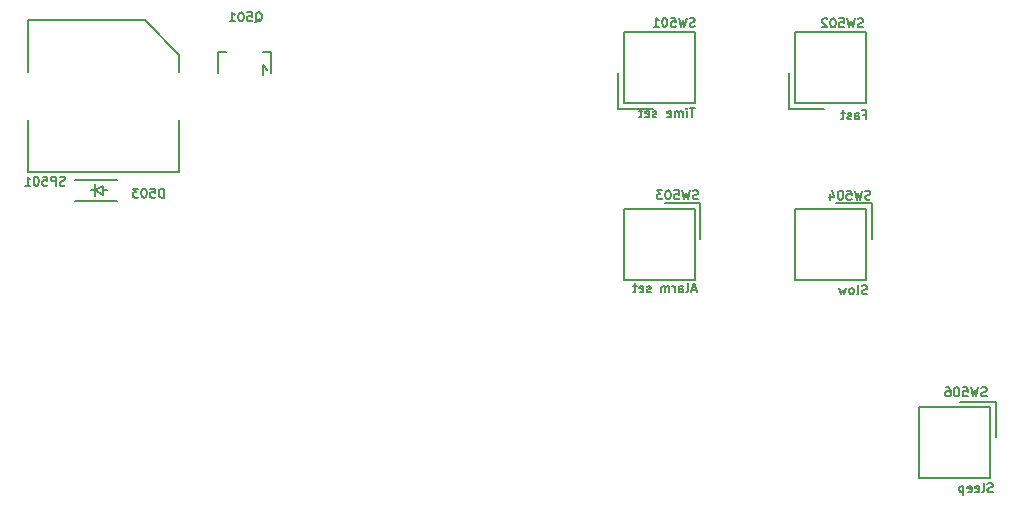
<source format=gbo>
G04 #@! TF.FileFunction,Legend,Bot*
%FSLAX46Y46*%
G04 Gerber Fmt 4.6, Leading zero omitted, Abs format (unit mm)*
G04 Created by KiCad (PCBNEW 4.0.0-2.201512072331+6194~38~ubuntu14.04.1-stable) date Sun 31 Jul 2016 10:05:07 AM CEST*
%MOMM*%
G01*
G04 APERTURE LIST*
%ADD10C,0.100000*%
%ADD11C,0.127000*%
%ADD12C,0.150000*%
%ADD13R,1.727200X1.727200*%
%ADD14O,1.727200X1.727200*%
%ADD15R,2.032000X2.032000*%
%ADD16O,2.032000X2.032000*%
%ADD17R,0.500000X0.700000*%
%ADD18R,0.200000X1.100000*%
%ADD19C,2.000000*%
%ADD20C,2.032000*%
%ADD21R,1.000760X1.501140*%
%ADD22R,1.998980X2.999740*%
%ADD23R,4.000000X3.000000*%
%ADD24R,0.910000X1.220000*%
%ADD25R,1.727200X2.032000*%
%ADD26O,1.727200X2.032000*%
G04 APERTURE END LIST*
D10*
D11*
X199738343Y-116437229D02*
X199629486Y-116473514D01*
X199448057Y-116473514D01*
X199375486Y-116437229D01*
X199339200Y-116400943D01*
X199302915Y-116328371D01*
X199302915Y-116255800D01*
X199339200Y-116183229D01*
X199375486Y-116146943D01*
X199448057Y-116110657D01*
X199593200Y-116074371D01*
X199665772Y-116038086D01*
X199702057Y-116001800D01*
X199738343Y-115929229D01*
X199738343Y-115856657D01*
X199702057Y-115784086D01*
X199665772Y-115747800D01*
X199593200Y-115711514D01*
X199411772Y-115711514D01*
X199302915Y-115747800D01*
X198867486Y-116473514D02*
X198940058Y-116437229D01*
X198976343Y-116364657D01*
X198976343Y-115711514D01*
X198286915Y-116437229D02*
X198359486Y-116473514D01*
X198504629Y-116473514D01*
X198577200Y-116437229D01*
X198613486Y-116364657D01*
X198613486Y-116074371D01*
X198577200Y-116001800D01*
X198504629Y-115965514D01*
X198359486Y-115965514D01*
X198286915Y-116001800D01*
X198250629Y-116074371D01*
X198250629Y-116146943D01*
X198613486Y-116219514D01*
X197633772Y-116437229D02*
X197706343Y-116473514D01*
X197851486Y-116473514D01*
X197924057Y-116437229D01*
X197960343Y-116364657D01*
X197960343Y-116074371D01*
X197924057Y-116001800D01*
X197851486Y-115965514D01*
X197706343Y-115965514D01*
X197633772Y-116001800D01*
X197597486Y-116074371D01*
X197597486Y-116146943D01*
X197960343Y-116219514D01*
X197270914Y-115965514D02*
X197270914Y-116727514D01*
X197270914Y-116001800D02*
X197198343Y-115965514D01*
X197053200Y-115965514D01*
X196980629Y-116001800D01*
X196944343Y-116038086D01*
X196908057Y-116110657D01*
X196908057Y-116328371D01*
X196944343Y-116400943D01*
X196980629Y-116437229D01*
X197053200Y-116473514D01*
X197198343Y-116473514D01*
X197270914Y-116437229D01*
X189121143Y-99673229D02*
X189012286Y-99709514D01*
X188830857Y-99709514D01*
X188758286Y-99673229D01*
X188722000Y-99636943D01*
X188685715Y-99564371D01*
X188685715Y-99491800D01*
X188722000Y-99419229D01*
X188758286Y-99382943D01*
X188830857Y-99346657D01*
X188976000Y-99310371D01*
X189048572Y-99274086D01*
X189084857Y-99237800D01*
X189121143Y-99165229D01*
X189121143Y-99092657D01*
X189084857Y-99020086D01*
X189048572Y-98983800D01*
X188976000Y-98947514D01*
X188794572Y-98947514D01*
X188685715Y-98983800D01*
X188250286Y-99709514D02*
X188322858Y-99673229D01*
X188359143Y-99600657D01*
X188359143Y-98947514D01*
X187851143Y-99709514D02*
X187923715Y-99673229D01*
X187960000Y-99636943D01*
X187996286Y-99564371D01*
X187996286Y-99346657D01*
X187960000Y-99274086D01*
X187923715Y-99237800D01*
X187851143Y-99201514D01*
X187742286Y-99201514D01*
X187669715Y-99237800D01*
X187633429Y-99274086D01*
X187597143Y-99346657D01*
X187597143Y-99564371D01*
X187633429Y-99636943D01*
X187669715Y-99673229D01*
X187742286Y-99709514D01*
X187851143Y-99709514D01*
X187343143Y-99201514D02*
X187198000Y-99709514D01*
X187052857Y-99346657D01*
X186907714Y-99709514D01*
X186762571Y-99201514D01*
X174595971Y-99339400D02*
X174233114Y-99339400D01*
X174668543Y-99557114D02*
X174414543Y-98795114D01*
X174160543Y-99557114D01*
X173797685Y-99557114D02*
X173870257Y-99520829D01*
X173906542Y-99448257D01*
X173906542Y-98795114D01*
X173180828Y-99557114D02*
X173180828Y-99157971D01*
X173217114Y-99085400D01*
X173289685Y-99049114D01*
X173434828Y-99049114D01*
X173507399Y-99085400D01*
X173180828Y-99520829D02*
X173253399Y-99557114D01*
X173434828Y-99557114D01*
X173507399Y-99520829D01*
X173543685Y-99448257D01*
X173543685Y-99375686D01*
X173507399Y-99303114D01*
X173434828Y-99266829D01*
X173253399Y-99266829D01*
X173180828Y-99230543D01*
X172817970Y-99557114D02*
X172817970Y-99049114D01*
X172817970Y-99194257D02*
X172781685Y-99121686D01*
X172745399Y-99085400D01*
X172672828Y-99049114D01*
X172600256Y-99049114D01*
X172346256Y-99557114D02*
X172346256Y-99049114D01*
X172346256Y-99121686D02*
X172309971Y-99085400D01*
X172237399Y-99049114D01*
X172128542Y-99049114D01*
X172055971Y-99085400D01*
X172019685Y-99157971D01*
X172019685Y-99557114D01*
X172019685Y-99157971D02*
X171983399Y-99085400D01*
X171910828Y-99049114D01*
X171801971Y-99049114D01*
X171729399Y-99085400D01*
X171693114Y-99157971D01*
X171693114Y-99557114D01*
X170785971Y-99520829D02*
X170713400Y-99557114D01*
X170568257Y-99557114D01*
X170495685Y-99520829D01*
X170459400Y-99448257D01*
X170459400Y-99411971D01*
X170495685Y-99339400D01*
X170568257Y-99303114D01*
X170677114Y-99303114D01*
X170749685Y-99266829D01*
X170785971Y-99194257D01*
X170785971Y-99157971D01*
X170749685Y-99085400D01*
X170677114Y-99049114D01*
X170568257Y-99049114D01*
X170495685Y-99085400D01*
X169842543Y-99520829D02*
X169915114Y-99557114D01*
X170060257Y-99557114D01*
X170132828Y-99520829D01*
X170169114Y-99448257D01*
X170169114Y-99157971D01*
X170132828Y-99085400D01*
X170060257Y-99049114D01*
X169915114Y-99049114D01*
X169842543Y-99085400D01*
X169806257Y-99157971D01*
X169806257Y-99230543D01*
X170169114Y-99303114D01*
X169588543Y-99049114D02*
X169298257Y-99049114D01*
X169479685Y-98795114D02*
X169479685Y-99448257D01*
X169443400Y-99520829D01*
X169370828Y-99557114D01*
X169298257Y-99557114D01*
X174537914Y-83961514D02*
X174102485Y-83961514D01*
X174320199Y-84723514D02*
X174320199Y-83961514D01*
X173848485Y-84723514D02*
X173848485Y-84215514D01*
X173848485Y-83961514D02*
X173884771Y-83997800D01*
X173848485Y-84034086D01*
X173812200Y-83997800D01*
X173848485Y-83961514D01*
X173848485Y-84034086D01*
X173485628Y-84723514D02*
X173485628Y-84215514D01*
X173485628Y-84288086D02*
X173449343Y-84251800D01*
X173376771Y-84215514D01*
X173267914Y-84215514D01*
X173195343Y-84251800D01*
X173159057Y-84324371D01*
X173159057Y-84723514D01*
X173159057Y-84324371D02*
X173122771Y-84251800D01*
X173050200Y-84215514D01*
X172941343Y-84215514D01*
X172868771Y-84251800D01*
X172832486Y-84324371D01*
X172832486Y-84723514D01*
X172179343Y-84687229D02*
X172251914Y-84723514D01*
X172397057Y-84723514D01*
X172469628Y-84687229D01*
X172505914Y-84614657D01*
X172505914Y-84324371D01*
X172469628Y-84251800D01*
X172397057Y-84215514D01*
X172251914Y-84215514D01*
X172179343Y-84251800D01*
X172143057Y-84324371D01*
X172143057Y-84396943D01*
X172505914Y-84469514D01*
X171272200Y-84687229D02*
X171199629Y-84723514D01*
X171054486Y-84723514D01*
X170981914Y-84687229D01*
X170945629Y-84614657D01*
X170945629Y-84578371D01*
X170981914Y-84505800D01*
X171054486Y-84469514D01*
X171163343Y-84469514D01*
X171235914Y-84433229D01*
X171272200Y-84360657D01*
X171272200Y-84324371D01*
X171235914Y-84251800D01*
X171163343Y-84215514D01*
X171054486Y-84215514D01*
X170981914Y-84251800D01*
X170328772Y-84687229D02*
X170401343Y-84723514D01*
X170546486Y-84723514D01*
X170619057Y-84687229D01*
X170655343Y-84614657D01*
X170655343Y-84324371D01*
X170619057Y-84251800D01*
X170546486Y-84215514D01*
X170401343Y-84215514D01*
X170328772Y-84251800D01*
X170292486Y-84324371D01*
X170292486Y-84396943D01*
X170655343Y-84469514D01*
X170074772Y-84215514D02*
X169784486Y-84215514D01*
X169965914Y-83961514D02*
X169965914Y-84614657D01*
X169929629Y-84687229D01*
X169857057Y-84723514D01*
X169784486Y-84723514D01*
X188798200Y-84502171D02*
X189052200Y-84502171D01*
X189052200Y-84901314D02*
X189052200Y-84139314D01*
X188689343Y-84139314D01*
X188072486Y-84901314D02*
X188072486Y-84502171D01*
X188108772Y-84429600D01*
X188181343Y-84393314D01*
X188326486Y-84393314D01*
X188399057Y-84429600D01*
X188072486Y-84865029D02*
X188145057Y-84901314D01*
X188326486Y-84901314D01*
X188399057Y-84865029D01*
X188435343Y-84792457D01*
X188435343Y-84719886D01*
X188399057Y-84647314D01*
X188326486Y-84611029D01*
X188145057Y-84611029D01*
X188072486Y-84574743D01*
X187745914Y-84865029D02*
X187673343Y-84901314D01*
X187528200Y-84901314D01*
X187455628Y-84865029D01*
X187419343Y-84792457D01*
X187419343Y-84756171D01*
X187455628Y-84683600D01*
X187528200Y-84647314D01*
X187637057Y-84647314D01*
X187709628Y-84611029D01*
X187745914Y-84538457D01*
X187745914Y-84502171D01*
X187709628Y-84429600D01*
X187637057Y-84393314D01*
X187528200Y-84393314D01*
X187455628Y-84429600D01*
X187201629Y-84393314D02*
X186911343Y-84393314D01*
X187092771Y-84139314D02*
X187092771Y-84792457D01*
X187056486Y-84865029D01*
X186983914Y-84901314D01*
X186911343Y-84901314D01*
D12*
X171000000Y-84000000D02*
X168000000Y-84000000D01*
X168000000Y-84000000D02*
X168000000Y-81000000D01*
X168500000Y-83500000D02*
X174500000Y-83500000D01*
X174500000Y-83500000D02*
X174500000Y-77500000D01*
X174500000Y-77500000D02*
X168500000Y-77500000D01*
X168500000Y-77500000D02*
X168500000Y-83500000D01*
X185500000Y-84000000D02*
X182500000Y-84000000D01*
X182500000Y-84000000D02*
X182500000Y-81000000D01*
X183000000Y-83500000D02*
X189000000Y-83500000D01*
X189000000Y-83500000D02*
X189000000Y-77500000D01*
X189000000Y-77500000D02*
X183000000Y-77500000D01*
X183000000Y-77500000D02*
X183000000Y-83500000D01*
X172000000Y-92000000D02*
X175000000Y-92000000D01*
X175000000Y-92000000D02*
X175000000Y-95000000D01*
X174500000Y-92500000D02*
X168500000Y-92500000D01*
X168500000Y-92500000D02*
X168500000Y-98500000D01*
X168500000Y-98500000D02*
X174500000Y-98500000D01*
X174500000Y-98500000D02*
X174500000Y-92500000D01*
X186500000Y-92000000D02*
X189500000Y-92000000D01*
X189500000Y-92000000D02*
X189500000Y-95000000D01*
X189000000Y-92500000D02*
X183000000Y-92500000D01*
X183000000Y-92500000D02*
X183000000Y-98500000D01*
X183000000Y-98500000D02*
X189000000Y-98500000D01*
X189000000Y-98500000D02*
X189000000Y-92500000D01*
X197000000Y-108800000D02*
X200000000Y-108800000D01*
X200000000Y-108800000D02*
X200000000Y-111800000D01*
X199500000Y-109300000D02*
X193500000Y-109300000D01*
X193500000Y-109300000D02*
X193500000Y-115300000D01*
X193500000Y-115300000D02*
X199500000Y-115300000D01*
X199500000Y-115300000D02*
X199500000Y-109300000D01*
X138297920Y-80718660D02*
X138049000Y-80418940D01*
X138049000Y-80418940D02*
X137947400Y-80269080D01*
X137947400Y-80269080D02*
X137947400Y-81117440D01*
X138648440Y-79217520D02*
X138648440Y-81018380D01*
X138648440Y-79217520D02*
X137998200Y-79217520D01*
X134147560Y-79217520D02*
X134147560Y-81018380D01*
X134147560Y-79217520D02*
X134797800Y-79217520D01*
D11*
X130860000Y-79431000D02*
X127960000Y-76531000D01*
X130860000Y-84931000D02*
X130860000Y-89331000D01*
X118060000Y-84931000D02*
X118060000Y-89331000D01*
X130860000Y-80931000D02*
X130860000Y-79431000D01*
X127960000Y-76531000D02*
X118060000Y-76531000D01*
X118060000Y-76531000D02*
X118060000Y-80931000D01*
X118060000Y-89331000D02*
X130860000Y-89331000D01*
D12*
X124396500Y-90932000D02*
X124777500Y-90932000D01*
X123380500Y-90932000D02*
X123761500Y-90932000D01*
X123761500Y-90932000D02*
X124396500Y-91313000D01*
X124396500Y-91313000D02*
X124396500Y-90551000D01*
X124396500Y-90551000D02*
X123761500Y-90932000D01*
X123761500Y-91440000D02*
X123761500Y-90424000D01*
X122079000Y-90032000D02*
X125619000Y-90032000D01*
X122079000Y-91832000D02*
X125619000Y-91832000D01*
D11*
X174512513Y-77041829D02*
X174403656Y-77078114D01*
X174222227Y-77078114D01*
X174149656Y-77041829D01*
X174113370Y-77005543D01*
X174077085Y-76932971D01*
X174077085Y-76860400D01*
X174113370Y-76787829D01*
X174149656Y-76751543D01*
X174222227Y-76715257D01*
X174367370Y-76678971D01*
X174439942Y-76642686D01*
X174476227Y-76606400D01*
X174512513Y-76533829D01*
X174512513Y-76461257D01*
X174476227Y-76388686D01*
X174439942Y-76352400D01*
X174367370Y-76316114D01*
X174185942Y-76316114D01*
X174077085Y-76352400D01*
X173823085Y-76316114D02*
X173641656Y-77078114D01*
X173496513Y-76533829D01*
X173351371Y-77078114D01*
X173169942Y-76316114D01*
X172516799Y-76316114D02*
X172879656Y-76316114D01*
X172915942Y-76678971D01*
X172879656Y-76642686D01*
X172807085Y-76606400D01*
X172625656Y-76606400D01*
X172553085Y-76642686D01*
X172516799Y-76678971D01*
X172480514Y-76751543D01*
X172480514Y-76932971D01*
X172516799Y-77005543D01*
X172553085Y-77041829D01*
X172625656Y-77078114D01*
X172807085Y-77078114D01*
X172879656Y-77041829D01*
X172915942Y-77005543D01*
X172008800Y-76316114D02*
X171936228Y-76316114D01*
X171863657Y-76352400D01*
X171827371Y-76388686D01*
X171791085Y-76461257D01*
X171754800Y-76606400D01*
X171754800Y-76787829D01*
X171791085Y-76932971D01*
X171827371Y-77005543D01*
X171863657Y-77041829D01*
X171936228Y-77078114D01*
X172008800Y-77078114D01*
X172081371Y-77041829D01*
X172117657Y-77005543D01*
X172153942Y-76932971D01*
X172190228Y-76787829D01*
X172190228Y-76606400D01*
X172153942Y-76461257D01*
X172117657Y-76388686D01*
X172081371Y-76352400D01*
X172008800Y-76316114D01*
X171029086Y-77078114D02*
X171464514Y-77078114D01*
X171246800Y-77078114D02*
X171246800Y-76316114D01*
X171319371Y-76424971D01*
X171391943Y-76497543D01*
X171464514Y-76533829D01*
X188761913Y-77092629D02*
X188653056Y-77128914D01*
X188471627Y-77128914D01*
X188399056Y-77092629D01*
X188362770Y-77056343D01*
X188326485Y-76983771D01*
X188326485Y-76911200D01*
X188362770Y-76838629D01*
X188399056Y-76802343D01*
X188471627Y-76766057D01*
X188616770Y-76729771D01*
X188689342Y-76693486D01*
X188725627Y-76657200D01*
X188761913Y-76584629D01*
X188761913Y-76512057D01*
X188725627Y-76439486D01*
X188689342Y-76403200D01*
X188616770Y-76366914D01*
X188435342Y-76366914D01*
X188326485Y-76403200D01*
X188072485Y-76366914D02*
X187891056Y-77128914D01*
X187745913Y-76584629D01*
X187600771Y-77128914D01*
X187419342Y-76366914D01*
X186766199Y-76366914D02*
X187129056Y-76366914D01*
X187165342Y-76729771D01*
X187129056Y-76693486D01*
X187056485Y-76657200D01*
X186875056Y-76657200D01*
X186802485Y-76693486D01*
X186766199Y-76729771D01*
X186729914Y-76802343D01*
X186729914Y-76983771D01*
X186766199Y-77056343D01*
X186802485Y-77092629D01*
X186875056Y-77128914D01*
X187056485Y-77128914D01*
X187129056Y-77092629D01*
X187165342Y-77056343D01*
X186258200Y-76366914D02*
X186185628Y-76366914D01*
X186113057Y-76403200D01*
X186076771Y-76439486D01*
X186040485Y-76512057D01*
X186004200Y-76657200D01*
X186004200Y-76838629D01*
X186040485Y-76983771D01*
X186076771Y-77056343D01*
X186113057Y-77092629D01*
X186185628Y-77128914D01*
X186258200Y-77128914D01*
X186330771Y-77092629D01*
X186367057Y-77056343D01*
X186403342Y-76983771D01*
X186439628Y-76838629D01*
X186439628Y-76657200D01*
X186403342Y-76512057D01*
X186367057Y-76439486D01*
X186330771Y-76403200D01*
X186258200Y-76366914D01*
X185713914Y-76439486D02*
X185677628Y-76403200D01*
X185605057Y-76366914D01*
X185423628Y-76366914D01*
X185351057Y-76403200D01*
X185314771Y-76439486D01*
X185278486Y-76512057D01*
X185278486Y-76584629D01*
X185314771Y-76693486D01*
X185750200Y-77128914D01*
X185278486Y-77128914D01*
X174791913Y-91646829D02*
X174683056Y-91683114D01*
X174501627Y-91683114D01*
X174429056Y-91646829D01*
X174392770Y-91610543D01*
X174356485Y-91537971D01*
X174356485Y-91465400D01*
X174392770Y-91392829D01*
X174429056Y-91356543D01*
X174501627Y-91320257D01*
X174646770Y-91283971D01*
X174719342Y-91247686D01*
X174755627Y-91211400D01*
X174791913Y-91138829D01*
X174791913Y-91066257D01*
X174755627Y-90993686D01*
X174719342Y-90957400D01*
X174646770Y-90921114D01*
X174465342Y-90921114D01*
X174356485Y-90957400D01*
X174102485Y-90921114D02*
X173921056Y-91683114D01*
X173775913Y-91138829D01*
X173630771Y-91683114D01*
X173449342Y-90921114D01*
X172796199Y-90921114D02*
X173159056Y-90921114D01*
X173195342Y-91283971D01*
X173159056Y-91247686D01*
X173086485Y-91211400D01*
X172905056Y-91211400D01*
X172832485Y-91247686D01*
X172796199Y-91283971D01*
X172759914Y-91356543D01*
X172759914Y-91537971D01*
X172796199Y-91610543D01*
X172832485Y-91646829D01*
X172905056Y-91683114D01*
X173086485Y-91683114D01*
X173159056Y-91646829D01*
X173195342Y-91610543D01*
X172288200Y-90921114D02*
X172215628Y-90921114D01*
X172143057Y-90957400D01*
X172106771Y-90993686D01*
X172070485Y-91066257D01*
X172034200Y-91211400D01*
X172034200Y-91392829D01*
X172070485Y-91537971D01*
X172106771Y-91610543D01*
X172143057Y-91646829D01*
X172215628Y-91683114D01*
X172288200Y-91683114D01*
X172360771Y-91646829D01*
X172397057Y-91610543D01*
X172433342Y-91537971D01*
X172469628Y-91392829D01*
X172469628Y-91211400D01*
X172433342Y-91066257D01*
X172397057Y-90993686D01*
X172360771Y-90957400D01*
X172288200Y-90921114D01*
X171780200Y-90921114D02*
X171308486Y-90921114D01*
X171562486Y-91211400D01*
X171453628Y-91211400D01*
X171381057Y-91247686D01*
X171344771Y-91283971D01*
X171308486Y-91356543D01*
X171308486Y-91537971D01*
X171344771Y-91610543D01*
X171381057Y-91646829D01*
X171453628Y-91683114D01*
X171671343Y-91683114D01*
X171743914Y-91646829D01*
X171780200Y-91610543D01*
X189396913Y-91672229D02*
X189288056Y-91708514D01*
X189106627Y-91708514D01*
X189034056Y-91672229D01*
X188997770Y-91635943D01*
X188961485Y-91563371D01*
X188961485Y-91490800D01*
X188997770Y-91418229D01*
X189034056Y-91381943D01*
X189106627Y-91345657D01*
X189251770Y-91309371D01*
X189324342Y-91273086D01*
X189360627Y-91236800D01*
X189396913Y-91164229D01*
X189396913Y-91091657D01*
X189360627Y-91019086D01*
X189324342Y-90982800D01*
X189251770Y-90946514D01*
X189070342Y-90946514D01*
X188961485Y-90982800D01*
X188707485Y-90946514D02*
X188526056Y-91708514D01*
X188380913Y-91164229D01*
X188235771Y-91708514D01*
X188054342Y-90946514D01*
X187401199Y-90946514D02*
X187764056Y-90946514D01*
X187800342Y-91309371D01*
X187764056Y-91273086D01*
X187691485Y-91236800D01*
X187510056Y-91236800D01*
X187437485Y-91273086D01*
X187401199Y-91309371D01*
X187364914Y-91381943D01*
X187364914Y-91563371D01*
X187401199Y-91635943D01*
X187437485Y-91672229D01*
X187510056Y-91708514D01*
X187691485Y-91708514D01*
X187764056Y-91672229D01*
X187800342Y-91635943D01*
X186893200Y-90946514D02*
X186820628Y-90946514D01*
X186748057Y-90982800D01*
X186711771Y-91019086D01*
X186675485Y-91091657D01*
X186639200Y-91236800D01*
X186639200Y-91418229D01*
X186675485Y-91563371D01*
X186711771Y-91635943D01*
X186748057Y-91672229D01*
X186820628Y-91708514D01*
X186893200Y-91708514D01*
X186965771Y-91672229D01*
X187002057Y-91635943D01*
X187038342Y-91563371D01*
X187074628Y-91418229D01*
X187074628Y-91236800D01*
X187038342Y-91091657D01*
X187002057Y-91019086D01*
X186965771Y-90982800D01*
X186893200Y-90946514D01*
X185986057Y-91200514D02*
X185986057Y-91708514D01*
X186167486Y-90910229D02*
X186348914Y-91454514D01*
X185877200Y-91454514D01*
X199226713Y-108334629D02*
X199117856Y-108370914D01*
X198936427Y-108370914D01*
X198863856Y-108334629D01*
X198827570Y-108298343D01*
X198791285Y-108225771D01*
X198791285Y-108153200D01*
X198827570Y-108080629D01*
X198863856Y-108044343D01*
X198936427Y-108008057D01*
X199081570Y-107971771D01*
X199154142Y-107935486D01*
X199190427Y-107899200D01*
X199226713Y-107826629D01*
X199226713Y-107754057D01*
X199190427Y-107681486D01*
X199154142Y-107645200D01*
X199081570Y-107608914D01*
X198900142Y-107608914D01*
X198791285Y-107645200D01*
X198537285Y-107608914D02*
X198355856Y-108370914D01*
X198210713Y-107826629D01*
X198065571Y-108370914D01*
X197884142Y-107608914D01*
X197230999Y-107608914D02*
X197593856Y-107608914D01*
X197630142Y-107971771D01*
X197593856Y-107935486D01*
X197521285Y-107899200D01*
X197339856Y-107899200D01*
X197267285Y-107935486D01*
X197230999Y-107971771D01*
X197194714Y-108044343D01*
X197194714Y-108225771D01*
X197230999Y-108298343D01*
X197267285Y-108334629D01*
X197339856Y-108370914D01*
X197521285Y-108370914D01*
X197593856Y-108334629D01*
X197630142Y-108298343D01*
X196723000Y-107608914D02*
X196650428Y-107608914D01*
X196577857Y-107645200D01*
X196541571Y-107681486D01*
X196505285Y-107754057D01*
X196469000Y-107899200D01*
X196469000Y-108080629D01*
X196505285Y-108225771D01*
X196541571Y-108298343D01*
X196577857Y-108334629D01*
X196650428Y-108370914D01*
X196723000Y-108370914D01*
X196795571Y-108334629D01*
X196831857Y-108298343D01*
X196868142Y-108225771D01*
X196904428Y-108080629D01*
X196904428Y-107899200D01*
X196868142Y-107754057D01*
X196831857Y-107681486D01*
X196795571Y-107645200D01*
X196723000Y-107608914D01*
X195815857Y-107608914D02*
X195961000Y-107608914D01*
X196033571Y-107645200D01*
X196069857Y-107681486D01*
X196142428Y-107790343D01*
X196178714Y-107935486D01*
X196178714Y-108225771D01*
X196142428Y-108298343D01*
X196106143Y-108334629D01*
X196033571Y-108370914D01*
X195888428Y-108370914D01*
X195815857Y-108334629D01*
X195779571Y-108298343D01*
X195743286Y-108225771D01*
X195743286Y-108044343D01*
X195779571Y-107971771D01*
X195815857Y-107935486D01*
X195888428Y-107899200D01*
X196033571Y-107899200D01*
X196106143Y-107935486D01*
X196142428Y-107971771D01*
X196178714Y-108044343D01*
X137295345Y-76685866D02*
X137367917Y-76649580D01*
X137440488Y-76577009D01*
X137549345Y-76468151D01*
X137621917Y-76431866D01*
X137694488Y-76431866D01*
X137658203Y-76613294D02*
X137730774Y-76577009D01*
X137803345Y-76504437D01*
X137839631Y-76359294D01*
X137839631Y-76105294D01*
X137803345Y-75960151D01*
X137730774Y-75887580D01*
X137658203Y-75851294D01*
X137513060Y-75851294D01*
X137440488Y-75887580D01*
X137367917Y-75960151D01*
X137331631Y-76105294D01*
X137331631Y-76359294D01*
X137367917Y-76504437D01*
X137440488Y-76577009D01*
X137513060Y-76613294D01*
X137658203Y-76613294D01*
X136642202Y-75851294D02*
X137005059Y-75851294D01*
X137041345Y-76214151D01*
X137005059Y-76177866D01*
X136932488Y-76141580D01*
X136751059Y-76141580D01*
X136678488Y-76177866D01*
X136642202Y-76214151D01*
X136605917Y-76286723D01*
X136605917Y-76468151D01*
X136642202Y-76540723D01*
X136678488Y-76577009D01*
X136751059Y-76613294D01*
X136932488Y-76613294D01*
X137005059Y-76577009D01*
X137041345Y-76540723D01*
X136134203Y-75851294D02*
X136061631Y-75851294D01*
X135989060Y-75887580D01*
X135952774Y-75923866D01*
X135916488Y-75996437D01*
X135880203Y-76141580D01*
X135880203Y-76323009D01*
X135916488Y-76468151D01*
X135952774Y-76540723D01*
X135989060Y-76577009D01*
X136061631Y-76613294D01*
X136134203Y-76613294D01*
X136206774Y-76577009D01*
X136243060Y-76540723D01*
X136279345Y-76468151D01*
X136315631Y-76323009D01*
X136315631Y-76141580D01*
X136279345Y-75996437D01*
X136243060Y-75923866D01*
X136206774Y-75887580D01*
X136134203Y-75851294D01*
X135154489Y-76613294D02*
X135589917Y-76613294D01*
X135372203Y-76613294D02*
X135372203Y-75851294D01*
X135444774Y-75960151D01*
X135517346Y-76032723D01*
X135589917Y-76069009D01*
X121194285Y-90478429D02*
X121085428Y-90514714D01*
X120903999Y-90514714D01*
X120831428Y-90478429D01*
X120795142Y-90442143D01*
X120758857Y-90369571D01*
X120758857Y-90297000D01*
X120795142Y-90224429D01*
X120831428Y-90188143D01*
X120903999Y-90151857D01*
X121049142Y-90115571D01*
X121121714Y-90079286D01*
X121157999Y-90043000D01*
X121194285Y-89970429D01*
X121194285Y-89897857D01*
X121157999Y-89825286D01*
X121121714Y-89789000D01*
X121049142Y-89752714D01*
X120867714Y-89752714D01*
X120758857Y-89789000D01*
X120432285Y-90514714D02*
X120432285Y-89752714D01*
X120142000Y-89752714D01*
X120069428Y-89789000D01*
X120033143Y-89825286D01*
X119996857Y-89897857D01*
X119996857Y-90006714D01*
X120033143Y-90079286D01*
X120069428Y-90115571D01*
X120142000Y-90151857D01*
X120432285Y-90151857D01*
X119307428Y-89752714D02*
X119670285Y-89752714D01*
X119706571Y-90115571D01*
X119670285Y-90079286D01*
X119597714Y-90043000D01*
X119416285Y-90043000D01*
X119343714Y-90079286D01*
X119307428Y-90115571D01*
X119271143Y-90188143D01*
X119271143Y-90369571D01*
X119307428Y-90442143D01*
X119343714Y-90478429D01*
X119416285Y-90514714D01*
X119597714Y-90514714D01*
X119670285Y-90478429D01*
X119706571Y-90442143D01*
X118799429Y-89752714D02*
X118726857Y-89752714D01*
X118654286Y-89789000D01*
X118618000Y-89825286D01*
X118581714Y-89897857D01*
X118545429Y-90043000D01*
X118545429Y-90224429D01*
X118581714Y-90369571D01*
X118618000Y-90442143D01*
X118654286Y-90478429D01*
X118726857Y-90514714D01*
X118799429Y-90514714D01*
X118872000Y-90478429D01*
X118908286Y-90442143D01*
X118944571Y-90369571D01*
X118980857Y-90224429D01*
X118980857Y-90043000D01*
X118944571Y-89897857D01*
X118908286Y-89825286D01*
X118872000Y-89789000D01*
X118799429Y-89752714D01*
X117819715Y-90514714D02*
X118255143Y-90514714D01*
X118037429Y-90514714D02*
X118037429Y-89752714D01*
X118110000Y-89861571D01*
X118182572Y-89934143D01*
X118255143Y-89970429D01*
X129558142Y-91530714D02*
X129558142Y-90768714D01*
X129376714Y-90768714D01*
X129267857Y-90805000D01*
X129195285Y-90877571D01*
X129159000Y-90950143D01*
X129122714Y-91095286D01*
X129122714Y-91204143D01*
X129159000Y-91349286D01*
X129195285Y-91421857D01*
X129267857Y-91494429D01*
X129376714Y-91530714D01*
X129558142Y-91530714D01*
X128433285Y-90768714D02*
X128796142Y-90768714D01*
X128832428Y-91131571D01*
X128796142Y-91095286D01*
X128723571Y-91059000D01*
X128542142Y-91059000D01*
X128469571Y-91095286D01*
X128433285Y-91131571D01*
X128397000Y-91204143D01*
X128397000Y-91385571D01*
X128433285Y-91458143D01*
X128469571Y-91494429D01*
X128542142Y-91530714D01*
X128723571Y-91530714D01*
X128796142Y-91494429D01*
X128832428Y-91458143D01*
X127925286Y-90768714D02*
X127852714Y-90768714D01*
X127780143Y-90805000D01*
X127743857Y-90841286D01*
X127707571Y-90913857D01*
X127671286Y-91059000D01*
X127671286Y-91240429D01*
X127707571Y-91385571D01*
X127743857Y-91458143D01*
X127780143Y-91494429D01*
X127852714Y-91530714D01*
X127925286Y-91530714D01*
X127997857Y-91494429D01*
X128034143Y-91458143D01*
X128070428Y-91385571D01*
X128106714Y-91240429D01*
X128106714Y-91059000D01*
X128070428Y-90913857D01*
X128034143Y-90841286D01*
X127997857Y-90805000D01*
X127925286Y-90768714D01*
X127417286Y-90768714D02*
X126945572Y-90768714D01*
X127199572Y-91059000D01*
X127090714Y-91059000D01*
X127018143Y-91095286D01*
X126981857Y-91131571D01*
X126945572Y-91204143D01*
X126945572Y-91385571D01*
X126981857Y-91458143D01*
X127018143Y-91494429D01*
X127090714Y-91530714D01*
X127308429Y-91530714D01*
X127381000Y-91494429D01*
X127417286Y-91458143D01*
%LPC*%
D13*
X196037200Y-94335600D03*
D14*
X193497200Y-94335600D03*
X196037200Y-91795600D03*
X193497200Y-91795600D03*
X196037200Y-89255600D03*
X193497200Y-89255600D03*
D15*
X148488400Y-67360800D03*
D16*
X145948400Y-67360800D03*
D17*
X169375000Y-82075000D03*
X173625000Y-82075000D03*
X169375000Y-78925000D03*
X173625000Y-78925000D03*
D18*
X173975000Y-82075000D03*
X169025000Y-82075000D03*
X169025000Y-78925000D03*
X173975000Y-78925000D03*
D17*
X183875000Y-82075000D03*
X188125000Y-82075000D03*
X183875000Y-78925000D03*
X188125000Y-78925000D03*
D18*
X188475000Y-82075000D03*
X183525000Y-82075000D03*
X183525000Y-78925000D03*
X188475000Y-78925000D03*
D17*
X173625000Y-93925000D03*
X169375000Y-93925000D03*
X173625000Y-97075000D03*
X169375000Y-97075000D03*
D18*
X169025000Y-93925000D03*
X173975000Y-93925000D03*
X173975000Y-97075000D03*
X169025000Y-97075000D03*
D17*
X188125000Y-93925000D03*
X183875000Y-93925000D03*
X188125000Y-97075000D03*
X183875000Y-97075000D03*
D18*
X183525000Y-93925000D03*
X188475000Y-93925000D03*
X188475000Y-97075000D03*
X183525000Y-97075000D03*
D17*
X198625000Y-110725000D03*
X194375000Y-110725000D03*
X198625000Y-113875000D03*
X194375000Y-113875000D03*
D18*
X194025000Y-110725000D03*
X198975000Y-110725000D03*
X198975000Y-113875000D03*
X194025000Y-113875000D03*
D15*
X165227000Y-89027000D03*
D16*
X165227000Y-86487000D03*
D19*
X159004000Y-72137000D03*
X156504000Y-75437000D03*
X161504000Y-75437000D03*
D20*
X120904000Y-74676000D03*
X123444000Y-74676000D03*
X125984000Y-74676000D03*
X128524000Y-74676000D03*
X131064000Y-74676000D03*
D15*
X133604000Y-74676000D03*
D20*
X133604000Y-105156000D03*
X131064000Y-105156000D03*
X128524000Y-105156000D03*
X125984000Y-105156000D03*
X123444000Y-105156000D03*
X120904000Y-105156000D03*
D21*
X137899140Y-82369660D03*
X136398000Y-82369660D03*
X134896860Y-82369660D03*
D22*
X136398000Y-79418180D03*
D10*
G36*
X135897620Y-81641950D02*
X135397240Y-80892650D01*
X137398760Y-80892650D01*
X136898380Y-81641950D01*
X135897620Y-81641950D01*
X135897620Y-81641950D01*
G37*
D23*
X119060000Y-82931000D03*
X129860000Y-82931000D03*
D24*
X122444000Y-90932000D03*
X125714000Y-90932000D03*
D25*
X146507200Y-104800400D03*
D26*
X149047200Y-104800400D03*
X151587200Y-104800400D03*
X154127200Y-104800400D03*
X156667200Y-104800400D03*
X159207200Y-104800400D03*
X161747200Y-104800400D03*
D15*
X161417000Y-89027000D03*
D16*
X161417000Y-86487000D03*
M02*

</source>
